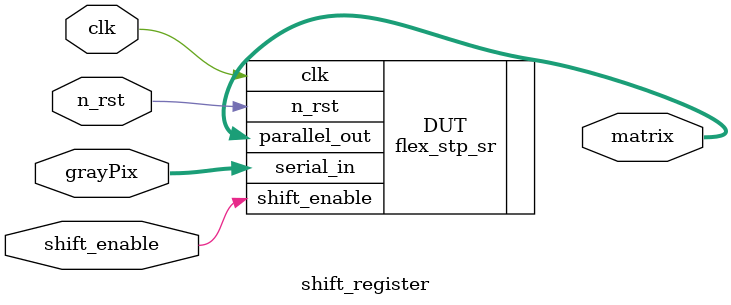
<source format=sv>


module shift_register
(
	input logic clk,
	input logic n_rst,
	input logic shift_enable,
	input logic [7:0] grayPix,
	output logic [71:0] matrix
);

flex_stp_sr #(72,0) DUT(.clk(clk),.n_rst(n_rst),.shift_enable(shift_enable), .serial_in(grayPix), .parallel_out(matrix));

endmodule

</source>
